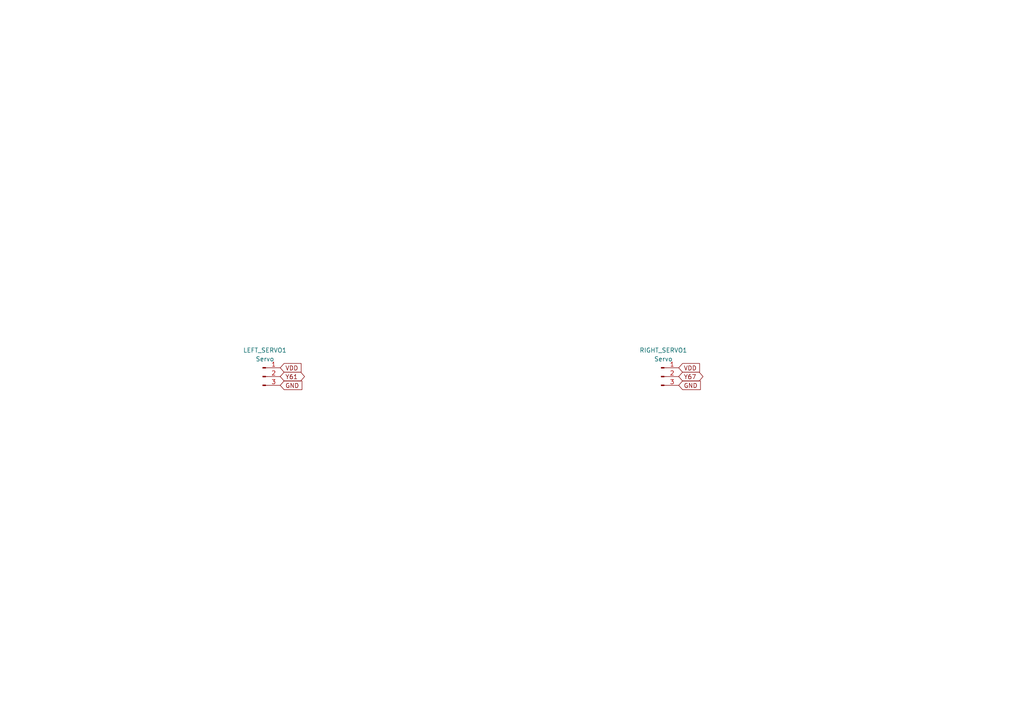
<source format=kicad_sch>
(kicad_sch (version 20231120) (generator "eeschema") (generator_version "8.0")
  (paper "A4")
  (lib_symbols
    (symbol "Connector:Conn_01x03_Pin" (pin_names (offset 1.016) hide)
      (property "Reference" "J" (at 0 5.08 0))
      (property "Value" "Conn_01x03_Pin" (at 0 -5.08 0))
      (symbol "Conn_01x03_Pin_1_1"
        (polyline (pts (xy 1.27 -2.54) (xy 0.8636 -2.54)) (stroke (width 0.1524)))
        (polyline (pts (xy 1.27 0) (xy 0.8636 0)) (stroke (width 0.1524)))
        (polyline (pts (xy 1.27 2.54) (xy 0.8636 2.54)) (stroke (width 0.1524)))
        (rectangle (start 0.8636 -2.413) (end 0 -2.667) (stroke (width 0.1524)) (fill (type outline)))
        (rectangle (start 0.8636 0.127) (end 0 -0.127) (stroke (width 0.1524)) (fill (type outline)))
        (rectangle (start 0.8636 2.667) (end 0 2.413) (stroke (width 0.1524)) (fill (type outline)))
        (pin passive line (at 5.08 2.54 180) (length 3.81) (name "Pin_1") (number "1"))
        (pin passive line (at 5.08 0 180) (length 3.81) (name "Pin_2") (number "2"))
        (pin passive line (at 5.08 -2.54 180) (length 3.81) (name "Pin_3") (number "3"))
      )
    )
  )
  (global_label "VDD" (shape input) (at 81.28 106.68 0) (property "Intersheetrefs" "${INTERSHEET_REFS}" (effects (hide yes))))
  (global_label "Y67" (shape bidirectional) (at 196.85 109.22 0) (property "Intersheetrefs" "${INTERSHEET_REFS}" (effects (hide yes))))
  (global_label "VDD" (shape input) (at 196.85 106.68 0) (property "Intersheetrefs" "${INTERSHEET_REFS}" (effects (hide yes))))
  (global_label "Y61" (shape bidirectional) (at 81.28 109.22 0) (property "Intersheetrefs" "${INTERSHEET_REFS}" (effects (hide yes))))
  (global_label "GND" (shape input) (at 81.28 111.76 0) (property "Intersheetrefs" "${INTERSHEET_REFS}" (effects (hide yes))))
  (global_label "GND" (shape input) (at 196.85 111.76 0) (property "Intersheetrefs" "${INTERSHEET_REFS}" (effects (hide yes))))
  (symbol (lib_id "Connector:Conn_01x03_Pin") (at 76.2 109.22 0) (unit 1)
    (property "Reference" "LEFT_SERVO1" (at 76.835 101.6 0))
    (property "Value" "Servo" (at 76.835 104.14 0))
    (property "Footprint" "Connector_PinHeader_2.54mm:PinHeader_1x03_P2.54mm_Vertical_SMD_Pin1Left" (effects (hide yes)))
    (property "Description" "Generic connector, single row, 01x03, script generated" (effects (hide yes)))
  )
  (symbol (lib_id "Connector:Conn_01x03_Pin") (at 191.77 109.22 0) (unit 1)
    (property "Reference" "RIGHT_SERVO1" (at 192.405 101.6 0))
    (property "Value" "Servo" (at 192.405 104.14 0))
    (property "Footprint" "Connector_PinHeader_2.54mm:PinHeader_1x03_P2.54mm_Vertical_SMD_Pin1Left" (effects (hide yes)))
    (property "Description" "Generic connector, single row, 01x03, script generated" (effects (hide yes)))
  )
)
</source>
